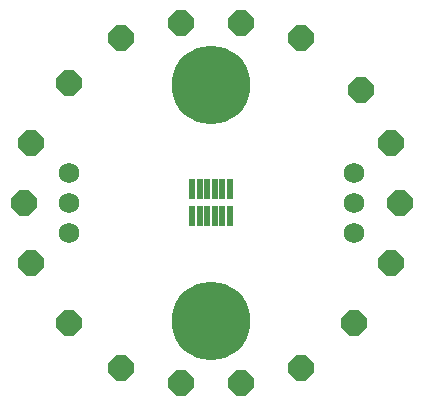
<source format=gts>
G75*
%MOIN*%
%OFA0B0*%
%FSLAX24Y24*%
%IPPOS*%
%LPD*%
%AMOC8*
5,1,8,0,0,1.08239X$1,22.5*
%
%ADD10R,0.0230X0.0680*%
%ADD11OC8,0.0840*%
%ADD12C,0.0680*%
%ADD13C,0.2620*%
D10*
X006475Y006650D03*
X006725Y006650D03*
X006975Y006650D03*
X007225Y006650D03*
X007475Y006650D03*
X007725Y006650D03*
X007725Y007550D03*
X007475Y007550D03*
X007225Y007550D03*
X006975Y007550D03*
X006725Y007550D03*
X006475Y007550D03*
D11*
X002350Y003100D03*
X004100Y001600D03*
X006100Y001100D03*
X008100Y001100D03*
X010100Y001600D03*
X011850Y003100D03*
X013100Y005100D03*
X013400Y007100D03*
X013100Y009100D03*
X012100Y010850D03*
X010100Y012600D03*
X008100Y013100D03*
X006100Y013100D03*
X004100Y012600D03*
X002350Y011100D03*
X001100Y009100D03*
X000850Y007100D03*
X001100Y005100D03*
D12*
X002350Y006100D03*
X002350Y007100D03*
X002350Y008100D03*
X011850Y008100D03*
X011850Y007100D03*
X011850Y006100D03*
D13*
X007100Y003163D03*
X007100Y011038D03*
M02*

</source>
